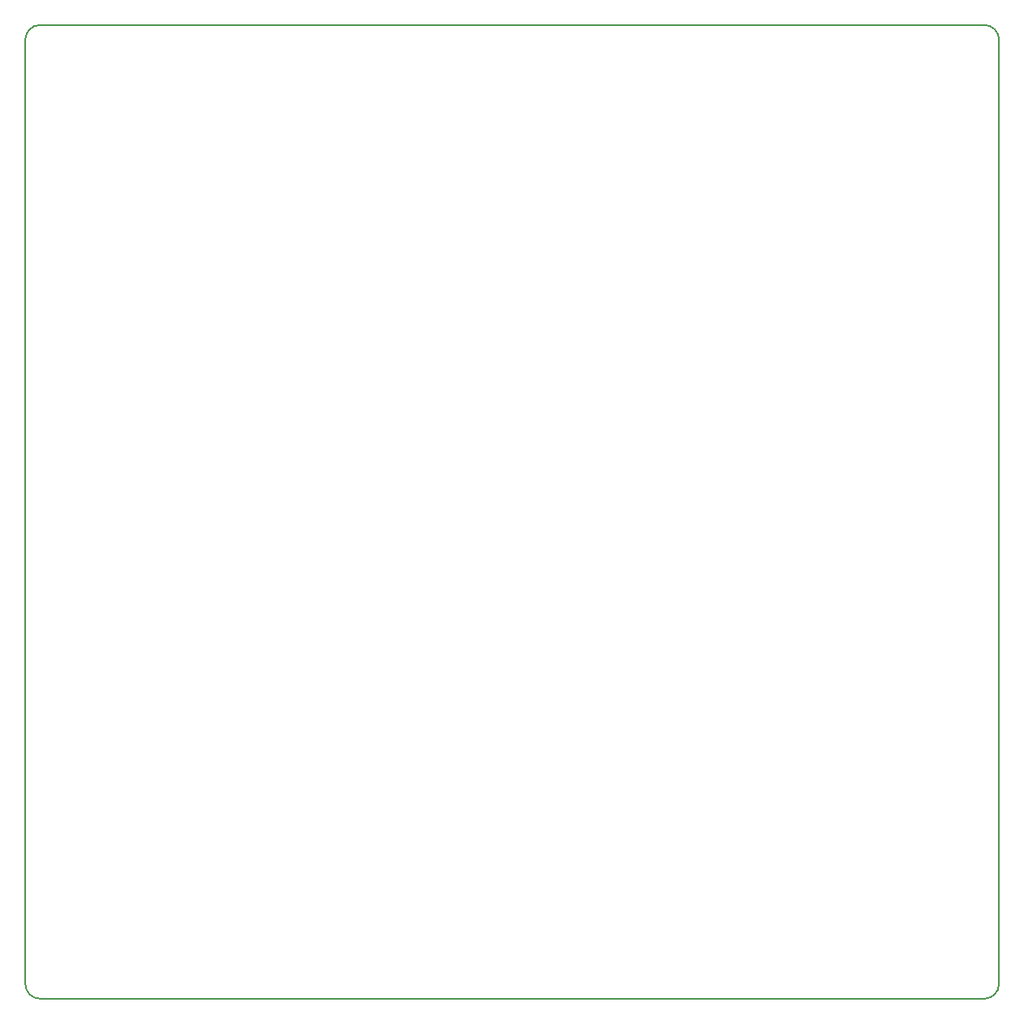
<source format=gbr>
%TF.GenerationSoftware,KiCad,Pcbnew,8.0.3*%
%TF.CreationDate,2024-07-04T10:47:22-06:00*%
%TF.ProjectId,pincushion2,70696e63-7573-4686-996f-6e322e6b6963,rev?*%
%TF.SameCoordinates,Original*%
%TF.FileFunction,Profile,NP*%
%FSLAX46Y46*%
G04 Gerber Fmt 4.6, Leading zero omitted, Abs format (unit mm)*
G04 Created by KiCad (PCBNEW 8.0.3) date 2024-07-04 10:47:22*
%MOMM*%
%LPD*%
G01*
G04 APERTURE LIST*
%TA.AperFunction,Profile*%
%ADD10C,0.200000*%
%TD*%
G04 APERTURE END LIST*
D10*
X121920000Y-21844000D02*
X121920000Y-66040000D01*
X21844000Y-20320000D02*
X120396000Y-20320000D01*
X120396000Y-20320000D02*
G75*
G02*
X121920000Y-21844000I0J-1524000D01*
G01*
X21844000Y-121920000D02*
G75*
G02*
X20320000Y-120396000I0J1524000D01*
G01*
X20320000Y-120396000D02*
X20320000Y-21844000D01*
X20320000Y-21844000D02*
G75*
G02*
X21844000Y-20320000I1524000J0D01*
G01*
X120396000Y-121920000D02*
X21844000Y-121920000D01*
X121920000Y-66040000D02*
X121920000Y-120396000D01*
X121920000Y-120396000D02*
G75*
G02*
X120396000Y-121920000I-1524000J0D01*
G01*
M02*

</source>
